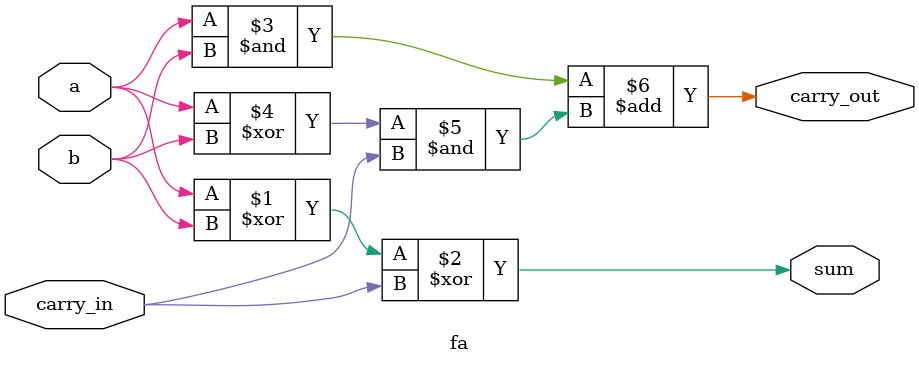
<source format=v>

module fa (
              input  wire a, 
              input  wire b,
  			      input  wire carry_in,
              output wire sum, 
              output wire carry_out
  		    );

assign sum = a ^ b ^ carry_in;  
assign carry_out = (a & b) + ((a ^ b) & carry_in);

  
//JUST FOR FUN : Use the below code in place of previous expression for carry_out and review the output truth table - what do you observe?

//assign carry_out = (a & b) + (a ^ b) & carry_in;  

endmodule

</source>
